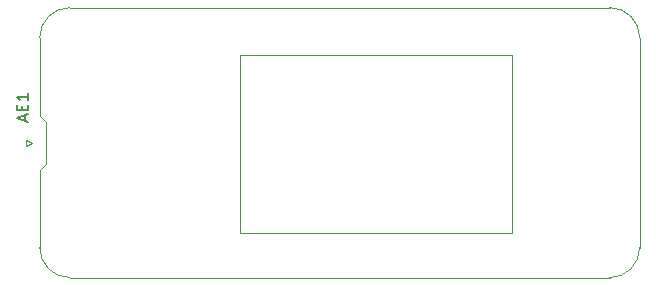
<source format=gto>
G04 #@! TF.GenerationSoftware,KiCad,Pcbnew,(5.1.2-1)-1*
G04 #@! TF.CreationDate,2019-05-16T11:09:26+08:00*
G04 #@! TF.ProjectId,huzzah-cc112x-shield,68757a7a-6168-42d6-9363-313132782d73,1*
G04 #@! TF.SameCoordinates,Original*
G04 #@! TF.FileFunction,Legend,Top*
G04 #@! TF.FilePolarity,Positive*
%FSLAX46Y46*%
G04 Gerber Fmt 4.6, Leading zero omitted, Abs format (unit mm)*
G04 Created by KiCad (PCBNEW (5.1.2-1)-1) date 2019-05-16 11:09:26*
%MOMM*%
%LPD*%
G04 APERTURE LIST*
%ADD10C,0.120000*%
%ADD11C,0.100000*%
%ADD12C,0.150000*%
G04 APERTURE END LIST*
D10*
X12665000Y-24765000D02*
X12165000Y-24515000D01*
X12165000Y-24515000D02*
X12165000Y-25015000D01*
X12165000Y-25015000D02*
X12665000Y-24765000D01*
D11*
X15875000Y-36195000D02*
X61595000Y-36195000D01*
X64135000Y-33655000D02*
G75*
G02X61595000Y-36195000I-2540000J0D01*
G01*
X64135000Y-33655000D02*
X64135000Y-15875000D01*
X61595000Y-13335000D02*
G75*
G02X64135000Y-15875000I0J-2540000D01*
G01*
X61595000Y-13335000D02*
X15875000Y-13335000D01*
X13335000Y-15875000D02*
G75*
G02X15875000Y-13335000I2540000J0D01*
G01*
X13335000Y-15875000D02*
X13335000Y-22479000D01*
X13335000Y-22479000D02*
X13843000Y-22987000D01*
X13843000Y-22987000D02*
X13843000Y-26543000D01*
X13843000Y-26543000D02*
X13335000Y-27051000D01*
X13335000Y-27051000D02*
X13335000Y-33655000D01*
X15875000Y-36195000D02*
G75*
G02X13335000Y-33655000I0J2540000D01*
G01*
D10*
X53340000Y-32385000D02*
X53340000Y-17325000D01*
X53340000Y-32385000D02*
X30290000Y-32385000D01*
X30290000Y-32385000D02*
X30290000Y-17325000D01*
X53340000Y-17325000D02*
X30290000Y-17325000D01*
D12*
X12081666Y-22931666D02*
X12081666Y-22455476D01*
X12367380Y-23026904D02*
X11367380Y-22693571D01*
X12367380Y-22360238D01*
X11843571Y-22026904D02*
X11843571Y-21693571D01*
X12367380Y-21550714D02*
X12367380Y-22026904D01*
X11367380Y-22026904D01*
X11367380Y-21550714D01*
X12367380Y-20598333D02*
X12367380Y-21169761D01*
X12367380Y-20884047D02*
X11367380Y-20884047D01*
X11510238Y-20979285D01*
X11605476Y-21074523D01*
X11653095Y-21169761D01*
M02*

</source>
